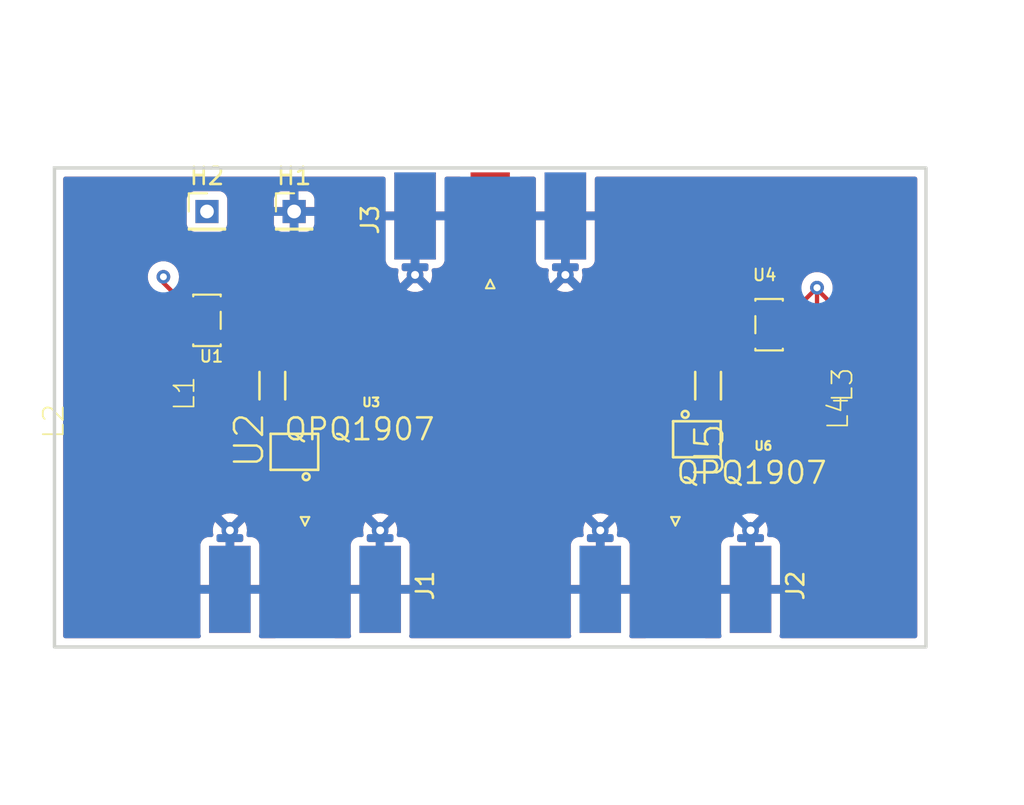
<source format=kicad_pcb>
(kicad_pcb (version 20211014) (generator pcbnew)
  (layers (0 "F.Cu" signal) (1 "In1.Cu" signal) (2 "In2.Cu" signal) (31 "B.Cu" signal) (34 "B.Paste" user) (35 "F.Paste" user) (36 "B.SilkS" user "B.Silkscreen") (37 "F.SilkS" user "F.Silkscreen") (38 "B.Mask" user) (39 "F.Mask" user) (44 "Edge.Cuts" user))
  (net 0 "")
  (net 1 "Net-(C2-Pad2)")
  (net 2 "GND")
  (net 3 "Net-(C6-Pad1)")
  (net 4 "Net-(C9-Pad2)")
  (net 5 "Net-(C13-Pad1)")
  (net 6 "VUSB")
  (net 7 "Net-(C4-Pad1)")
  (net 8 "Net-(C5-Pad1)")
  (net 9 "Net-(C11-Pad1)")
  (net 10 "Net-(C12-Pad1)")
  (net 11 "Net-(C13-Pad2)")
  (net 12 "Net-(J2-Pad1)")
  (net 13 "Net-(C6-Pad2)")
  (net 14 "Net-(R3-Pad2)")
  (net 15 "Net-(L1-Pad1)")
  (net 16 "Net-(C7-Pad1)")
  (net 17 "Net-(L3-Pad1)")
  (net 18 "Net-(C14-Pad1)")
  (net 19 "Net-(E1-Pad1)")
  (net 20 "Net-(E2-Pad1)")
  (net 21 "Net-(J3-Pad1)")
  (net 22 "Net-(C9-Pad1)")
  (net 23 "Net-(C2-Pad1)")
  (footprint "HGS_Reflector:.0603-B-NOSILK" (layer "F.Cu") (at 157.48 72.644 90)
    (fp_text reference "C3")
    (fp_text value "1 uF")
    (pad "1" smd roundrect (at -0.8 0 90) (size 0.8 0.95) (layers "F.Cu" "F.Paste") (net 2 "GND"))
    (pad "2" smd roundrect (at 0.8 0 90) (size 0.8 0.95) (layers "F.Cu" "F.Paste") (net 6 "VUSB"))
  )
  (footprint "HGS_Reflector:.0603-B-NOSILK" (layer "F.Cu") (at 125.984 72.428 -90)
    (fp_text reference "C5")
    (fp_text value "2.2 uF")
    (pad "1" smd roundrect (at -0.8 0 270) (size 0.8 0.95) (layers "F.Cu" "F.Paste") (net 8 "Net-(C5-Pad1)"))
    (pad "2" smd roundrect (at 0.8 0 270) (size 0.8 0.95) (layers "F.Cu" "F.Paste") (net 2 "GND"))
  )
  (footprint "HGS_Reflector:TP3M9037" (layer "F.Cu") (at 125.73 80.01 90)
    (fp_text reference "U2" (at -1.1 -1.666331 90) (layer "F.SilkS") (effects (font (size 1.63576 1.63576) (thickness 0.14224)) (justify left bottom)))
    (fp_text value "LNA-TP3M9037")
    (fp_line (start 1 1.404996) (end -1.1 1.404996) (layer "F.SilkS") (width 0.1524))
    (fp_line (start -1.1 -1.37) (end 1 -1.37) (layer "F.SilkS") (width 0.1524))
    (fp_line (start -1.1 1.404996) (end -1.1 -1.37) (layer "F.SilkS") (width 0.1524))
    (fp_line (start 1 -1.37) (end 1 1.404996) (layer "F.SilkS") (width 0.1524))
    (fp_circle (center -1.5 0.7) (end -1.3 0.7) (layer "F.SilkS") (width 0.1524) (fill none))
    (pad "2X2_DFN_8PIN1" smd rect (at -0.8 0.884996 180) (size 0.6096 0.3048) (layers "F.Cu" "F.Paste" "F.Mask"))
    (pad "2X2_DFN_8PIN2" smd rect (at -0.3 0.884996) (size 0.6096 0.3048) (layers "F.Cu" "F.Paste" "F.Mask") (net 1 "Net-(C2-Pad2)"))
    (pad "2X2_DFN_8PIN3" smd rect (at 0.2 0.884996 180) (size 0.6096 0.3048) (layers "F.Cu" "F.Paste" "F.Mask"))
    (pad "2X2_DFN_8PIN4" smd rect (at 0.7 0.884996 180) (size 0.6096 0.3048) (layers "F.Cu" "F.Paste" "F.Mask"))
    (pad "2X2_DFN_8PIN5" smd rect (at 0.7 -0.85 180) (size 0.6096 0.3048) (layers "F.Cu" "F.Paste" "F.Mask"))
    (pad "2X2_DFN_8PIN6" smd rect (at 0.2 -0.85 180) (size 0.6096 0.3048) (layers "F.Cu" "F.Paste" "F.Mask") (net 2 "GND"))
    (pad "2X2_DFN_8PIN7" smd rect (at -0.3 -0.85 180) (size 0.6096 0.3048) (layers "F.Cu" "F.Paste" "F.Mask") (net 3 "Net-(C6-Pad1)"))
    (pad "2X2_DFN_8PIN8" smd rect (at -0.8 -0.85 180) (size 0.6096 0.3048) (layers "F.Cu" "F.Paste" "F.Mask"))
    (pad "P$1" smd rect (at 0 0 90) (size 1.27 0.635) (layers "F.Cu" "F.Paste" "F.Mask") (net 2 "GND"))
  )
  (footprint "HGS_Reflector:L3216C" (layer "F.Cu") (at 114.3 77.47 90)
    (property "Value" "10 nH")
    (fp_text reference "L2" (at -1.905 -1.905 90) (layer "F.SilkS") (effects (font (size 1.1684 1.1684) (thickness 0.1016)) (justify left bottom)))
    (fp_text value "10n")
    (pad "1" smd rect (at -1.5 0 90) (size 1.2 1.6) (layers "F.Cu" "F.Paste" "F.Mask") (net 3 "Net-(C6-Pad1)"))
    (pad "2" smd rect (at 1.5 0 90) (size 1.2 1.6) (layers "F.Cu" "F.Paste" "F.Mask") (net 15 "Net-(L1-Pad1)"))
  )
  (footprint "Connector_Coaxial:SMA_Molex_73251-1153_EdgeMount_Horizontal" (layer "F.Cu") (at 147.955 86.36 90)
    (fp_text reference "J2" (at -1.5 7 90) (layer "F.SilkS"))
    (fp_text value "Conn_Coaxial")
    (fp_line (start 2.5 0.25) (end 2 0) (layer "F.SilkS") (width 0.12))
    (fp_line (start 2 0) (end 2.5 -0.25) (layer "F.SilkS") (width 0.12))
    (fp_line (start 2.5 -0.25) (end 2.5 0.25) (layer "F.SilkS") (width 0.12))
    (pad "1" smd rect (at -1.72 0 90) (size 5.08 2.29) (layers "F.Cu" "F.Paste" "F.Mask") (net 12 "Net-(J2-Pad1)"))
    (pad "2" smd rect (at -1.72 4.38 90) (size 5.08 2.42) (layers "F.Cu" "F.Paste" "F.Mask") (net 2 "GND"))
    (pad "2" smd rect (at -1.72 4.38 90) (size 5.08 2.42) (layers "B.Cu" "B.Paste" "B.Mask") (net 2 "GND"))
    (pad "2" smd rect (at -1.72 -4.38 90) (size 5.08 2.42) (layers "F.Cu" "F.Paste" "F.Mask") (net 2 "GND"))
    (pad "2" thru_hole circle (at 1.72 4.38 90) (size 0.97 0.97) (drill 0.46) (layers *.Cu) (net 2 "GND"))
    (pad "2" smd rect (at 1.27 4.38 90) (size 0.95 0.46) (layers "B.Cu") (net 2 "GND"))
    (pad "2" thru_hole circle (at 1.72 -4.38 90) (size 0.97 0.97) (drill 0.46) (layers *.Cu) (net 2 "GND"))
    (pad "2" smd rect (at 1.27 4.38 90) (size 0.95 0.46) (layers "F.Cu") (net 2 "GND"))
    (pad "2" smd rect (at 1.27 -4.38 90) (size 0.95 0.46) (layers "F.Cu") (net 2 "GND"))
    (pad "2" smd rect (at 1.27 -4.38 90) (size 0.95 0.46) (layers "B.Cu") (net 2 "GND"))
    (pad "2" smd rect (at -1.72 -4.38 90) (size 5.08 2.42) (layers "B.Cu" "B.Paste" "B.Mask") (net 2 "GND"))
  )
  (footprint "HGS_Reflector:L3216C" (layer "F.Cu") (at 118.11 77.47 -90)
    (property "Value" "8 nH")
    (fp_text reference "L1" (at -1.905 -1.905 90) (layer "F.SilkS") (effects (font (size 1.1684 1.1684) (thickness 0.1016)) (justify right bottom)))
    (fp_text value "8n")
    (pad "1" smd rect (at -1.5 0 270) (size 1.2 1.6) (layers "F.Cu" "F.Paste" "F.Mask") (net 15 "Net-(L1-Pad1)"))
    (pad "2" smd rect (at 1.5 0 270) (size 1.2 1.6) (layers "F.Cu" "F.Paste" "F.Mask") (net 16 "Net-(C7-Pad1)"))
  )
  (footprint "Connector_Coaxial:SMA_Molex_73251-1153_EdgeMount_Horizontal" (layer "F.Cu") (at 126.365 86.36 90)
    (fp_text reference "J1" (at -1.5 7 90) (layer "F.SilkS"))
    (fp_text value "Conn_Coaxial")
    (fp_line (start 2 0) (end 2.5 -0.25) (layer "F.SilkS") (width 0.12))
    (fp_line (start 2.5 -0.25) (end 2.5 0.25) (layer "F.SilkS") (width 0.12))
    (fp_line (start 2.5 0.25) (end 2 0) (layer "F.SilkS") (width 0.12))
    (pad "1" smd rect (at -1.72 0 90) (size 5.08 2.29) (layers "F.Cu" "F.Paste" "F.Mask") (net 23 "Net-(C2-Pad1)"))
    (pad "2" smd rect (at 1.27 -4.38 90) (size 0.95 0.46) (layers "B.Cu") (net 2 "GND"))
    (pad "2" thru_hole circle (at 1.72 -4.38 90) (size 0.97 0.97) (drill 0.46) (layers *.Cu) (net 2 "GND"))
    (pad "2" smd rect (at 1.27 -4.38 90) (size 0.95 0.46) (layers "F.Cu") (net 2 "GND"))
    (pad "2" smd rect (at -1.72 4.38 90) (size 5.08 2.42) (layers "B.Cu" "B.Paste" "B.Mask") (net 2 "GND"))
    (pad "2" smd rect (at -1.72 4.38 90) (size 5.08 2.42) (layers "F.Cu" "F.Paste" "F.Mask") (net 2 "GND"))
    (pad "2" smd rect (at -1.72 -4.38 90) (size 5.08 2.42) (layers "F.Cu" "F.Paste" "F.Mask") (net 2 "GND"))
    (pad "2" smd rect (at 1.27 4.38 90) (size 0.95 0.46) (layers "B.Cu") (net 2 "GND"))
    (pad "2" smd rect (at 1.27 4.38 90) (size 0.95 0.46) (layers "F.Cu") (net 2 "GND"))
    (pad "2" thru_hole circle (at 1.72 4.38 90) (size 0.97 0.97) (drill 0.46) (layers *.Cu) (net 2 "GND"))
    (pad "2" smd rect (at -1.72 -4.38 90) (size 5.08 2.42) (layers "B.Cu" "B.Paste" "B.Mask") (net 2 "GND"))
  )
  (footprint "HGS_Reflector:QPQ1907" (layer "F.Cu") (at 152.4 81.28 180)
    (fp_text reference "U6" (at -1.27 1.27) (layer "F.SilkS") (effects (font (size 0.508 0.508) (thickness 0.127)) (justify right bottom)))
    (fp_text value "QPQ1907" (at 0 0) (layer "F.SilkS") (effects (font (size 1.27 1.27))))
    (pad "GND" smd roundrect (at -0.495 0.2855 180) (size 0.254 0.33) (layers "F.Cu" "F.Paste" "F.Mask") (roundrect_rratio 0.02) (net 2 "GND"))
    (pad "GND2" smd roundrect (at 0 -0.2855 180) (size 0.254 0.33) (layers "F.Cu" "F.Paste" "F.Mask") (roundrect_rratio 0.02) (net 2 "GND"))
    (pad "GND3" smd roundrect (at 0 0.2855 180) (size 0.254 0.33) (layers "F.Cu" "F.Paste" "F.Mask") (roundrect_rratio 0.02) (net 2 "GND"))
    (pad "INPUT" smd roundrect (at 0.495 0 180) (size 0.254 0.33) (layers "F.Cu" "F.Paste" "F.Mask") (roundrect_rratio 0.02) (net 11 "Net-(C13-Pad2)"))
    (pad "OUTPUT" smd roundrect (at -0.495 -0.2855 180) (size 0.254 0.33) (layers "F.Cu" "F.Paste" "F.Mask") (roundrect_rratio 0.02) (net 12 "Net-(J2-Pad1)"))
  )
  (footprint "HGS_Reflector:L3216C" (layer "F.Cu") (at 160.02 76.962 90)
    (property "Value" "10 nH")
    (fp_text reference "L4" (at -1.905 -1.905 90) (layer "F.SilkS") (effects (font (size 1.1684 1.1684) (thickness 0.1016)) (justify left bottom)))
    (fp_text value "10n")
    (pad "1" smd rect (at -1.5 0 90) (size 1.2 1.6) (layers "F.Cu" "F.Paste" "F.Mask") (net 5 "Net-(C13-Pad1)"))
    (pad "2" smd rect (at 1.5 0 90) (size 1.2 1.6) (layers "F.Cu" "F.Paste" "F.Mask") (net 17 "Net-(L3-Pad1)"))
  )
  (footprint "HGS_Reflector:.0603-B-NOSILK" (layer "F.Cu") (at 147.32 72.644 -90)
    (fp_text reference "C11")
    (fp_text value "10 nF")
    (pad "1" smd roundrect (at -0.8 0 270) (size 0.8 0.95) (layers "F.Cu" "F.Paste") (net 9 "Net-(C11-Pad1)"))
    (pad "2" smd roundrect (at 0.8 0 270) (size 0.8 0.95) (layers "F.Cu" "F.Paste") (net 2 "GND"))
  )
  (footprint "HGS_Reflector:.0603-B-NOSILK" (layer "F.Cu") (at 136.398 77.724 180)
    (fp_text reference "R3")
    (fp_text value "0")
    (pad "1" smd roundrect (at -0.8 0 180) (size 0.8 0.95) (layers "F.Cu" "F.Paste") (net 21 "Net-(J3-Pad1)"))
    (pad "2" smd roundrect (at 0.8 0 180) (size 0.8 0.95) (layers "F.Cu" "F.Paste") (net 14 "Net-(R3-Pad2)"))
  )
  (footprint "Connector_Coaxial:SMA_Molex_73251-1153_EdgeMount_Horizontal" (layer "F.Cu") (at 137.16 68.02 -90)
    (fp_text reference "J3" (at -1.5 7 90) (layer "F.SilkS"))
    (fp_text value "Conn_Coaxial")
    (fp_line (start 2.5 0.25) (end 2 0) (layer "F.SilkS") (width 0.12))
    (fp_line (start 2 0) (end 2.5 -0.25) (layer "F.SilkS") (width 0.12))
    (fp_line (start 2.5 -0.25) (end 2.5 0.25) (layer "F.SilkS") (width 0.12))
    (pad "1" smd rect (at -1.72 0 270) (size 5.08 2.29) (layers "F.Cu" "F.Paste" "F.Mask") (net 21 "Net-(J3-Pad1)"))
    (pad "2" smd rect (at 1.27 4.38 270) (size 0.95 0.46) (layers "B.Cu") (net 2 "GND"))
    (pad "2" smd rect (at -1.72 -4.38 270) (size 5.08 2.42) (layers "F.Cu" "F.Paste" "F.Mask") (net 2 "GND"))
    (pad "2" thru_hole circle (at 1.72 4.38 270) (size 0.97 0.97) (drill 0.46) (layers *.Cu) (net 2 "GND"))
    (pad "2" smd rect (at -1.72 4.38 270) (size 5.08 2.42) (layers "B.Cu" "B.Paste" "B.Mask") (net 2 "GND"))
    (pad "2" smd rect (at -1.72 4.38 270) (size 5.08 2.42) (layers "F.Cu" "F.Paste" "F.Mask") (net 2 "GND"))
    (pad "2" smd rect (at 1.27 -4.38 270) (size 0.95 0.46) (layers "F.Cu") (net 2 "GND"))
    (pad "2" smd rect (at 1.27 4.38 270) (size 0.95 0.46) (layers "F.Cu") (net 2 "GND"))
    (pad "2" thru_hole circle (at 1.72 -4.38 270) (size 0.97 0.97) (drill 0.46) (layers *.Cu) (net 2 "GND"))
    (pad "2" smd rect (at -1.72 -4.38 270) (size 5.08 2.42) (layers "B.Cu" "B.Paste" "B.Mask") (net 2 "GND"))
    (pad "2" smd rect (at 1.27 -4.38 270) (size 0.95 0.46) (layers "B.Cu") (net 2 "GND"))
  )
  (footprint "HGS_Reflector:.0603-B-NOSILK" (layer "F.Cu") (at 132.588 78.74)
    (fp_text reference "R4")
    (fp_text value "0")
    (pad "1" smd roundrect (at -0.8 0) (size 0.8 0.95) (layers "F.Cu" "F.Paste") (net 14 "Net-(R3-Pad2)"))
    (pad "2" smd roundrect (at 0.8 0) (size 0.8 0.95) (layers "F.Cu" "F.Paste") (net 22 "Net-(C9-Pad1)"))
  )
  (footprint "HGS_Reflector:SOT-23" (layer "F.Cu") (at 153.416 72.644 180)
    (fp_text reference "U4" (at -0.5 2.5) (layer "F.SilkS") (effects (font (size 0.68 0.68) (thickness 0.12)) (justify right bottom)))
    (fp_text value "LP2985XX-N")
    (fp_line (start -0.8 -1.5) (end 0.8 -1.5) (layer "F.SilkS") (width 0.127))
    (fp_line (start -0.8 -1.4) (end -0.8 -1.5) (layer "F.SilkS") (width 0.127))
    (fp_line (start 0.8 -0.5) (end 0.8 0.5) (layer "F.SilkS") (width 0.127))
    (fp_line (start 0.8 1.5) (end 0.8 1.4) (layer "F.SilkS") (width 0.127))
    (fp_line (start -0.8 1.4) (end -0.8 1.5) (layer "F.SilkS") (width 0.127))
    (fp_line (start -0.8 1.5) (end 0.8 1.5) (layer "F.SilkS") (width 0.127))
    (fp_line (start 0.8 -1.5) (end 0.8 -1.4) (layer "F.SilkS") (width 0.127))
    (pad "1" smd rect (at -1.3 -0.95 180) (size 1.1 0.6) (layers "F.Cu" "F.Mask") (net 6 "VUSB"))
    (pad "2" smd rect (at -1.3 0 180) (size 1.1 0.6) (layers "F.Cu" "F.Mask") (net 2 "GND"))
    (pad "3" smd rect (at -1.3 0.95) (size 1.1 0.6) (layers "F.Cu" "F.Mask") (net 6 "VUSB"))
    (pad "4" smd rect (at 1.3 0.95) (size 1.1 0.6) (layers "F.Cu" "F.Mask") (net 9 "Net-(C11-Pad1)"))
    (pad "5" smd rect (at 1.3 -0.95 180) (size 1.1 0.6) (layers "F.Cu" "F.Mask") (net 10 "Net-(C12-Pad1)"))
  )
  (footprint "HGS_Reflector:.0603-B" (layer "F.Cu") (at 124.46 76.2 -90)
    (fp_text reference "E1")
    (fp_text value "BLM18GG471SZ1D")
    (fp_line (start -0.8 0.75) (end 0.8 0.75) (layer "F.SilkS") (width 0.15))
    (fp_line (start 0.8 -0.75) (end -0.8 -0.75) (layer "F.SilkS") (width 0.15))
    (pad "1" smd roundrect (at -0.8 0 270) (size 0.8 0.95) (layers "F.Cu" "F.Paste") (net 19 "Net-(E1-Pad1)"))
    (pad "2" smd roundrect (at 0.8 0 270) (size 0.8 0.95) (layers "F.Cu" "F.Paste") (net 16 "Net-(C7-Pad1)"))
  )
  (footprint "HGS_Reflector:.0402-C-NOSILK" (layer "F.Cu") (at 151.765 79.825 -90)
    (fp_text reference "C13")
    (fp_text value "100 pF")
    (pad "1" smd roundrect (at -0.45 0 270) (size 0.5 0.6) (layers "F.Cu" "F.Paste") (roundrect_rratio 0.1) (net 5 "Net-(C13-Pad1)"))
    (pad "2" smd roundrect (at 0.45 0 270) (size 0.5 0.6) (layers "F.Cu" "F.Paste") (roundrect_rratio 0.1) (net 11 "Net-(C13-Pad2)"))
  )
  (footprint "HGS_Reflector:.0603-C-NOSILK" (layer "F.Cu") (at 145.288 76.2 90)
    (fp_text reference "C14")
    (fp_text value "100 pF")
    (pad "1" smd roundrect (at -0.7 0 90) (size 0.6 0.9) (layers "F.Cu" "F.Paste") (net 18 "Net-(C14-Pad1)"))
    (pad "2" smd roundrect (at 0.7 0 90) (size 0.6 0.9) (layers "F.Cu" "F.Paste") (net 2 "GND"))
  )
  (footprint "HGS_Reflector:SOT-23" (layer "F.Cu") (at 120.65 72.39)
    (fp_text reference "U1" (at -0.5 2.5) (layer "F.SilkS") (effects (font (size 0.68 0.68) (thickness 0.12)) (justify left bottom)))
    (fp_text value "LP2985XX-N")
    (fp_line (start -0.8 1.5) (end 0.8 1.5) (layer "F.SilkS") (width 0.127))
    (fp_line (start 0.8 1.5) (end 0.8 1.4) (layer "F.SilkS") (width 0.127))
    (fp_line (start 0.8 -0.5) (end 0.8 0.5) (layer "F.SilkS") (width 0.127))
    (fp_line (start -0.8 -1.4) (end -0.8 -1.5) (layer "F.SilkS") (width 0.127))
    (fp_line (start -0.8 1.4) (end -0.8 1.5) (layer "F.SilkS") (width 0.127))
    (fp_line (start 0.8 -1.5) (end 0.8 -1.4) (layer "F.SilkS") (width 0.127))
    (fp_line (start -0.8 -1.5) (end 0.8 -1.5) (layer "F.SilkS") (width 0.127))
    (pad "1" smd rect (at -1.3 -0.95) (size 1.1 0.6) (layers "F.Cu" "F.Mask") (net 6 "VUSB"))
    (pad "2" smd rect (at -1.3 0) (size 1.1 0.6) (layers "F.Cu" "F.Mask") (net 2 "GND"))
    (pad "3" smd rect (at -1.3 0.95 180) (size 1.1 0.6) (layers "F.Cu" "F.Mask") (net 6 "VUSB"))
    (pad "4" smd rect (at 1.3 0.95 180) (size 1.1 0.6) (layers "F.Cu" "F.Mask") (net 7 "Net-(C4-Pad1)"))
    (pad "5" smd rect (at 1.3 -0.95) (size 1.1 0.6) (layers "F.Cu" "F.Mask") (net 8 "Net-(C5-Pad1)"))
  )
  (footprint "HGS_Reflector:.0603-B-NOSILK" (layer "F.Cu") (at 121.92 76.2 -90)
    (fp_text reference "R1")
    (fp_text value "0")
    (pad "1" smd roundrect (at -0.8 0 270) (size 0.8 0.95) (layers "F.Cu" "F.Paste") (net 8 "Net-(C5-Pad1)"))
    (pad "2" smd roundrect (at 0.8 0 270) (size 0.8 0.95) (layers "F.Cu" "F.Paste") (net 19 "Net-(E1-Pad1)"))
  )
  (footprint "HGS_Reflector:.0603-B-NOSILK" (layer "F.Cu") (at 139.192 78.74 -90)
    (fp_text reference "R5")
    (fp_text value "0")
    (pad "1" smd roundrect (at -0.8 0 270) (size 0.8 0.95) (layers "F.Cu" "F.Paste") (net 21 "Net-(J3-Pad1)"))
    (pad "2" smd roundrect (at 0.8 0 270) (size 0.8 0.95) (layers "F.Cu" "F.Paste") (net 22 "Net-(C9-Pad1)"))
  )
  (footprint "HGS_Reflector:.0603-B-NOSILK" (layer "F.Cu") (at 149.098 72.644 -90)
    (fp_text reference "C12")
    (fp_text value "2.2 uF")
    (pad "1" smd roundrect (at -0.8 0 270) (size 0.8 0.95) (layers "F.Cu" "F.Paste") (net 10 "Net-(C12-Pad1)"))
    (pad "2" smd roundrect (at 0.8 0 270) (size 0.8 0.95) (layers "F.Cu" "F.Paste") (net 2 "GND"))
  )
  (footprint "HGS_Reflector:.0603-C-NOSILK" (layer "F.Cu") (at 147.574 76.2 90)
    (fp_text reference "C15")
    (fp_text value "1 uF")
    (pad "1" smd roundrect (at -0.7 0 90) (size 0.6 0.9) (layers "F.Cu" "F.Paste") (net 18 "Net-(C14-Pad1)"))
    (pad "2" smd roundrect (at 0.7 0 90) (size 0.6 0.9) (layers "F.Cu" "F.Paste") (net 2 "GND"))
  )
  (footprint "HGS_Reflector:.0402-C-NOSILK" (layer "F.Cu") (at 125.73 78.105)
    (fp_text reference "C6")
    (fp_text value "100 pF")
    (pad "1" smd roundrect (at -0.45 0) (size 0.5 0.6) (layers "F.Cu" "F.Paste") (roundrect_rratio 0.1) (net 3 "Net-(C6-Pad1)"))
    (pad "2" smd roundrect (at 0.45 0) (size 0.5 0.6) (layers "F.Cu" "F.Paste") (roundrect_rratio 0.1) (net 13 "Net-(C6-Pad2)"))
  )
  (footprint "HGS_Reflector:.0603-B" (layer "F.Cu") (at 149.86 76.2 -90)
    (fp_text reference "E2")
    (fp_text value "BLM18GG471SZ1D")
    (fp_line (start -0.8 0.75) (end 0.8 0.75) (layer "F.SilkS") (width 0.15))
    (fp_line (start 0.8 -0.75) (end -0.8 -0.75) (layer "F.SilkS") (width 0.15))
    (pad "1" smd roundrect (at -0.8 0 270) (size 0.8 0.95) (layers "F.Cu" "F.Paste") (net 20 "Net-(E2-Pad1)"))
    (pad "2" smd roundrect (at 0.8 0 270) (size 0.8 0.95) (layers "F.Cu" "F.Paste") (net 18 "Net-(C14-Pad1)"))
  )
  (footprint "HGS_Reflector:.0402-C-NOSILK" (layer "F.Cu") (at 126.365 82.365 90)
    (fp_text reference "C2")
    (fp_text value "100 pF")
    (pad "1" smd roundrect (at -0.45 0 90) (size 0.5 0.6) (layers "F.Cu" "F.Paste") (roundrect_rratio 0.1) (net 23 "Net-(C2-Pad1)"))
    (pad "2" smd roundrect (at 0.45 0 90) (size 0.5 0.6) (layers "F.Cu" "F.Paste") (roundrect_rratio 0.1) (net 1 "Net-(C2-Pad2)"))
  )
  (footprint "HGS_Reflector:.0603-C-NOSILK" (layer "F.Cu") (at 129.54 76.2 90)
    (fp_text reference "C7")
    (fp_text value "100 pF")
    (pad "1" smd roundrect (at -0.7 0 90) (size 0.6 0.9) (layers "F.Cu" "F.Paste") (net 16 "Net-(C7-Pad1)"))
    (pad "2" smd roundrect (at 0.7 0 90) (size 0.6 0.9) (layers "F.Cu" "F.Paste") (net 2 "GND"))
  )
  (footprint "Connector_PinHeader_2.00mm:PinHeader_1x01_P2.00mm_Vertical" (layer "F.Cu") (at 120.65 66.04)
    (fp_text reference "H2" (at 0 -2.06) (layer "F.SilkS"))
    (fp_text value "VUSB")
    (fp_line (start 1.06 1) (end 1.06 1.06) (layer "F.SilkS") (width 0.12))
    (fp_line (start -1.06 1) (end 1.06 1) (layer "F.SilkS") (width 0.12))
    (fp_line (start -1.06 -1.06) (end 0 -1.06) (layer "F.SilkS") (width 0.12))
    (fp_line (start -1.06 1) (end -1.06 1.06) (layer "F.SilkS") (width 0.12))
    (fp_line (start -1.06 1.06) (end 1.06 1.06) (layer "F.SilkS") (width 0.12))
    (fp_line (start -1.06 0) (end -1.06 -1.06) (layer "F.SilkS") (width 0.12))
    (pad "1" thru_hole rect (at 0 0) (size 1.35 1.35) (drill 0.8) (layers *.Cu *.Mask) (net 6 "VUSB"))
  )
  (footprint "HGS_Reflector:L3216C" (layer "F.Cu") (at 156.464 76.962 -90)
    (property "Value" "8 nH")
    (fp_text reference "L3" (at -1.905 -1.905 90) (layer "F.SilkS") (effects (font (size 1.1684 1.1684) (thickness 0.1016)) (justify right bottom)))
    (fp_text value "8n")
    (pad "1" smd rect (at -1.5 0 270) (size 1.2 1.6) (layers "F.Cu" "F.Paste" "F.Mask") (net 17 "Net-(L3-Pad1)"))
    (pad "2" smd rect (at 1.5 0 270) (size 1.2 1.6) (layers "F.Cu" "F.Paste" "F.Mask") (net 18 "Net-(C14-Pad1)"))
  )
  (footprint "HGS_Reflector:.0603-B-NOSILK" (layer "F.Cu") (at 116.84 72.39 -90)
    (fp_text reference "C10")
    (fp_text value "1 uF")
    (pad "1" smd roundrect (at -0.8 0 270) (size 0.8 0.95) (layers "F.Cu" "F.Paste") (net 2 "GND"))
    (pad "2" smd roundrect (at 0.8 0 270) (size 0.8 0.95) (layers "F.Cu" "F.Paste") (net 6 "VUSB"))
  )
  (footprint "HGS_Reflector:.0603-C-NOSILK" (layer "F.Cu") (at 127 76.2 90)
    (fp_text reference "C8")
    (fp_text value "1 uF")
    (pad "1" smd roundrect (at -0.7 0 90) (size 0.6 0.9) (layers "F.Cu" "F.Paste") (net 16 "Net-(C7-Pad1)"))
    (pad "2" smd roundrect (at 0.7 0 90) (size 0.6 0.9) (layers "F.Cu" "F.Paste") (net 2 "GND"))
  )
  (footprint "HGS_Reflector:.0402-C-NOSILK" (layer "F.Cu") (at 144.78 78.74)
    (fp_text reference "C9")
    (fp_text value "100 pF")
    (pad "1" smd roundrect (at -0.45 0) (size 0.5 0.6) (layers "F.Cu" "F.Paste") (roundrect_rratio 0.1) (net 22 "Net-(C9-Pad1)"))
    (pad "2" smd roundrect (at 0.45 0) (size 0.5 0.6) (layers "F.Cu" "F.Paste") (roundrect_rratio 0.1) (net 4 "Net-(C9-Pad2)"))
  )
  (footprint "HGS_Reflector:TP3M9037" (layer "F.Cu") (at 149.225 79.375 -90)
    (fp_text reference "U5" (at -1.1 -1.666331 90) (layer "F.SilkS") (effects (font (size 1.63576 1.63576) (thickness 0.14224)) (justify right bottom)))
    (fp_text value "LNA-TP3M9037")
    (fp_line (start -1.1 -1.37) (end 1 -1.37) (layer "F.SilkS") (width 0.1524))
    (fp_line (start -1.1 1.404996) (end -1.1 -1.37) (layer "F.SilkS") (width 0.1524))
    (fp_line (start 1 1.404996) (end -1.1 1.404996) (layer "F.SilkS") (width 0.1524))
    (fp_line (start 1 -1.37) (end 1 1.404996) (layer "F.SilkS") (width 0.1524))
    (fp_circle (center -1.5 0.7) (end -1.3 0.7) (layer "F.SilkS") (width 0.1524) (fill none))
    (pad "2X2_DFN_8PIN1" smd rect (at -0.8 0.884996) (size 0.6096 0.3048) (layers "F.Cu" "F.Paste" "F.Mask"))
    (pad "2X2_DFN_8PIN2" smd rect (at -0.3 0.884996 180) (size 0.6096 0.3048) (layers "F.Cu" "F.Paste" "F.Mask") (net 4 "Net-(C9-Pad2)"))
    (pad "2X2_DFN_8PIN3" smd rect (at 0.2 0.884996) (size 0.6096 0.3048) (layers "F.Cu" "F.Paste" "F.Mask"))
    (pad "2X2_DFN_8PIN4" smd rect (at 0.7 0.884996) (size 0.6096 0.3048) (layers "F.Cu" "F.Paste" "F.Mask"))
    (pad "2X2_DFN_8PIN5" smd rect (at 0.7 -0.85) (size 0.6096 0.3048) (layers "F.Cu" "F.Paste" "F.Mask"))
    (pad "2X2_DFN_8PIN6" smd rect (at 0.2 -0.85) (size 0.6096 0.3048) (layers "F.Cu" "F.Paste" "F.Mask") (net 2 "GND"))
    (pad "2X2_DFN_8PIN7" smd rect (at -0.3 -0.85) (size 0.6096 0.3048) (layers "F.Cu" "F.Paste" "F.Mask") (net 5 "Net-(C13-Pad1)"))
    (pad "2X2_DFN_8PIN8" smd rect (at -0.8 -0.85) (size 0.6096 0.3048) (layers "F.Cu" "F.Paste" "F.Mask"))
    (pad "P$1" smd rect (at 0 0 270) (size 1.27 0.635) (layers "F.Cu" "F.Paste" "F.Mask") (net 2 "GND"))
  )
  (footprint "HGS_Reflector:.0603-B-NOSILK" (layer "F.Cu") (at 152.146 76.2 -90)
    (fp_text reference "R2")
    (fp_text value "0")
    (pad "1" smd roundrect (at -0.8 0 270) (size 0.8 0.95) (layers "F.Cu" "F.Paste") (net 10 "Net-(C12-Pad1)"))
    (pad "2" smd roundrect (at 0.8 0 270) (size 0.8 0.95) (layers "F.Cu" "F.Paste") (net 20 "Net-(E2-Pad1)"))
  )
  (footprint "HGS_Reflector:QPQ1907" (layer "F.Cu") (at 129.54 78.74 180)
    (fp_text reference "U3" (at -1.27 1.27) (layer "F.SilkS") (effects (font (size 0.508 0.508) (thickness 0.127)) (justify right bottom)))
    (fp_text value "QPQ1907" (at 0 0) (layer "F.SilkS") (effects (font (size 1.27 1.27))))
    (pad "GND" smd roundrect (at -0.495 0.2855 180) (size 0.254 0.33) (layers "F.Cu" "F.Paste" "F.Mask") (roundrect_rratio 0.02) (net 2 "GND"))
    (pad "GND2" smd roundrect (at 0 -0.2855 180) (size 0.254 0.33) (layers "F.Cu" "F.Paste" "F.Mask") (roundrect_rratio 0.02) (net 2 "GND"))
    (pad "GND3" smd roundrect (at 0 0.2855 180) (size 0.254 0.33) (layers "F.Cu" "F.Paste" "F.Mask") (roundrect_rratio 0.02) (net 2 "GND"))
    (pad "INPUT" smd roundrect (at 0.495 0 180) (size 0.254 0.33) (layers "F.Cu" "F.Paste" "F.Mask") (roundrect_rratio 0.02) (net 13 "Net-(C6-Pad2)"))
    (pad "OUTPUT" smd roundrect (at -0.495 -0.2855 180) (size 0.254 0.33) (layers "F.Cu" "F.Paste" "F.Mask") (roundrect_rratio 0.02) (net 14 "Net-(R3-Pad2)"))
  )
  (footprint "Connector_PinHeader_2.00mm:PinHeader_1x01_P2.00mm_Vertical" (layer "F.Cu") (at 125.73 66.04)
    (fp_text reference "H1" (at 0 -2.06) (layer "F.SilkS"))
    (fp_text value "GND")
    (fp_line (start -1.06 0) (end -1.06 -1.06) (layer "F.SilkS") (width 0.12))
    (fp_line (start -1.06 1) (end -1.06 1.06) (layer "F.SilkS") (width 0.12))
    (fp_line (start 1.06 1) (end 1.06 1.06) (layer "F.SilkS") (width 0.12))
    (fp_line (start -1.06 -1.06) (end 0 -1.06) (layer "F.SilkS") (width 0.12))
    (fp_line (start -1.06 1.06) (end 1.06 1.06) (layer "F.SilkS") (width 0.12))
    (fp_line (start -1.06 1) (end 1.06 1) (layer "F.SilkS") (width 0.12))
    (pad "1" thru_hole rect (at 0 0) (size 1.35 1.35) (drill 0.8) (layers *.Cu *.Mask) (net 2 "GND"))
  )
  (footprint "HGS_Reflector:.0603-B-NOSILK" (layer "F.Cu") (at 127.635 72.39 -90)
    (fp_text reference "C4")
    (fp_text value "10 nF")
    (pad "1" smd roundrect (at -0.8 0 270) (size 0.8 0.95) (layers "F.Cu" "F.Paste") (net 7 "Net-(C4-Pad1)"))
    (pad "2" smd roundrect (at 0.8 0 270) (size 0.8 0.95) (layers "F.Cu" "F.Paste") (net 2 "GND"))
  )
  (gr_rect (start 111.76 63.5) (end 162.56 91.44) (layer "Edge.Cuts") (width 0.2) (fill none))
  (segment (start 126.365 81.915) (end 126.616218 81.915) (width 0.25) (layer "F.Cu") (net 1))
  (segment (start 127.635 80.645) (end 127.3 80.31) (width 0.25) (layer "F.Cu") (net 1))
  (segment (start 127.635 80.896218) (end 127.635 80.645) (width 0.25) (layer "F.Cu") (net 1))
  (segment (start 126.616218 81.915) (end 127.635 80.896218) (width 0.25) (layer "F.Cu") (net 1))
  (segment (start 127.3 80.31) (end 126.614996 80.31) (width 0.25) (layer "F.Cu") (net 1))
  (segment (start 125.53 79.81) (end 124.88 79.81) (width 0.25) (layer "F.Cu") (net 2))
  (segment (start 125.73 80.01) (end 125.73 79.088774) (width 0.25) (layer "F.Cu") (net 2))
  (segment (start 130.035 78.4545) (end 129.54 78.4545) (width 0.25) (layer "F.Cu") (net 2))
  (segment (start 149.225 79.375) (end 149.425 79.575) (width 0.25) (layer "F.Cu") (net 2))
  (segment (start 149.225 79.375) (end 149.225 81.28) (width 0.25) (layer "F.Cu") (net 2))
  (segment (start 125.73 79.088774) (end 126.078774 78.74) (width 0.25) (layer "F.Cu") (net 2))
  (segment (start 152.4 81.28) (end 152.6855 80.9945) (width 0.25) (layer "F.Cu") (net 2))
  (segment (start 152.4 81.5655) (end 152.4 81.28) (width 0.25) (layer "F.Cu") (net 2))
  (segment (start 152.6855 80.9945) (end 152.895 80.9945) (width 0.25) (layer "F.Cu") (net 2))
  (segment (start 129.54 79.0255) (end 129.54 80.01) (width 0.25) (layer "F.Cu") (net 2))
  (segment (start 129.54 79.0255) (end 129.54 78.4545) (width 0.25) (layer "F.Cu") (net 2))
  (segment (start 149.425 79.575) (end 150.075 79.575) (width 0.25) (layer "F.Cu") (net 2))
  (segment (start 125.73 80.01) (end 125.53 79.81) (width 0.25) (layer "F.Cu") (net 2))
  (segment (start 126.078774 78.74) (end 127.635 78.74) (width 0.25) (layer "F.Cu") (net 2))
  (segment (start 124.16 80.31) (end 124.88 80.31) (width 0.25) (layer "F.Cu") (net 3))
  (segment (start 114.3 78.97) (end 116.25 78.97) (width 0.25) (layer "F.Cu") (net 3))
  (segment (start 114.3 78.97) (end 114.75 79.42) (width 0.25) (layer "F.Cu") (net 3))
  (segment (start 125.28 78.105) (end 124.978778 78.105) (width 0.25) (layer "F.Cu") (net 3))
  (segment (start 117.856 80.576) (end 123.894 80.576) (width 0.25) (layer "F.Cu") (net 3))
  (segment (start 123.894 79.189778) (end 123.894 80.576) (width 0.25) (layer "F.Cu") (net 3))
  (segment (start 124.978778 78.105) (end 123.894 79.189778) (width 0.25) (layer "F.Cu") (net 3))
  (segment (start 123.894 80.576) (end 124.16 80.31) (width 0.25) (layer "F.Cu") (net 3))
  (segment (start 116.25 78.97) (end 117.856 80.576) (width 0.25) (layer "F.Cu") (net 3))
  (segment (start 145.23 78.74) (end 147.32 78.74) (width 0.25) (layer "F.Cu") (net 4))
  (segment (start 147.32 78.74) (end 147.655 79.075) (width 0.25) (layer "F.Cu") (net 4))
  (segment (start 147.655 79.075) (end 148.340004 79.075) (width 0.25) (layer "F.Cu") (net 4))
  (segment (start 151.776511 79.386511) (end 151.765 79.375) (width 0.25) (layer "F.Cu") (net 5))
  (segment (start 159.095489 79.386511) (end 151.776511 79.386511) (width 0.25) (layer "F.Cu") (net 5))
  (segment (start 160.02 78.462) (end 159.095489 79.386511) (width 0.25) (layer "F.Cu") (net 5))
  (segment (start 151.465 79.075) (end 151.765 79.375) (width 0.25) (layer "F.Cu") (net 5))
  (segment (start 150.075 79.075) (end 151.465 79.075) (width 0.25) (layer "F.Cu") (net 5))
  (segment (start 120.310969 73.34) (end 119.35 73.34) (width 0.25) (layer "F.Cu") (net 6))
  (segment (start 116.84 73.19) (end 116.99 73.34) (width 0.25) (layer "F.Cu") (net 6))
  (segment (start 156.21 70.574) (end 157.48 71.844) (width 0.25) (layer "F.Cu") (net 6))
  (segment (start 155.516 73.594) (end 156.21 72.9) (width 0.25) (layer "F.Cu") (net 6))
  (segment (start 154.716 71.694) (end 155.001 71.694) (width 0.25) (layer "F.Cu") (net 6))
  (segment (start 156.21 72.9) (end 156.21 70.485) (width 0.25) (layer "F.Cu") (net 6))
  (segment (start 118.11 69.85) (end 118.11 70.2) (width 0.25) (layer "F.Cu") (net 6))
  (segment (start 120.335 71.44) (end 120.65 71.755) (width 0.25) (layer "F.Cu") (net 6))
  (segment (start 120.625969 73.025) (end 120.310969 73.34) (width 0.25) (layer "F.Cu") (net 6))
  (segment (start 120.65 71.755) (end 120.625969 71.779031) (width 0.25) (layer "F.Cu") (net 6))
  (segment (start 155.001 71.694) (end 156.21 70.485) (width 0.25) (layer "F.Cu") (net 6))
  (segment (start 120.625969 71.779031) (end 120.625969 73.025) (width 0.25) (layer "F.Cu") (net 6))
  (segment (start 116.99 73.34) (end 119.35 73.34) (width 0.25) (layer "F.Cu") (net 6))
  (segment (start 118.11 70.2) (end 119.35 71.44) (width 0.25) (layer "F.Cu") (net 6))
  (segment (start 156.21 70.485) (end 156.21 70.574) (width 0.25) (layer "F.Cu") (net 6))
  (segment (start 154.716 73.594) (end 155.516 73.594) (width 0.25) (layer "F.Cu") (net 6))
  (segment (start 119.35 71.44) (end 120.335 71.44) (width 0.25) (layer "F.Cu") (net 6))
  (via (at 156.21 70.485) (size 0.8) (drill 0.4) (layers "F.Cu" "B.Cu") (net 6))
  (via (at 156.21 70.485) (size 0.8) (drill 0.4) (layers "F.Cu" "B.Cu") (net 6))
  (via (at 118.11 69.85) (size 0.8) (drill 0.4) (layers "F.Cu" "B.Cu") (net 6))
  (segment (start 122.93748 72.35252) (end 126.87248 72.35252) (width 0.25) (layer "F.Cu") (net 7))
  (segment (start 121.95 73.34) (end 122.93748 72.35252) (width 0.25) (layer "F.Cu") (net 7))
  (segment (start 126.87248 72.35252) (end 127.635 71.59) (width 0.25) (layer "F.Cu") (net 7))
  (segment (start 125.984 71.628) (end 125.796 71.44) (width 0.25) (layer "F.Cu") (net 8))
  (segment (start 125.796 71.44) (end 121.95 71.44) (width 0.25) (layer "F.Cu") (net 8))
  (segment (start 121.075489 72.314511) (end 121.075489 74.555489) (width 0.25) (layer "F.Cu") (net 8))
  (segment (start 121.075489 74.555489) (end 121.92 75.4) (width 0.25) (layer "F.Cu") (net 8))
  (segment (start 121.95 71.44) (end 121.075489 72.314511) (width 0.25) (layer "F.Cu") (net 8))
  (segment (start 148.04452 71.11948) (end 147.32 71.844) (width 0.25) (layer "F.Cu") (net 9))
  (segment (start 151.54148 71.11948) (end 148.04452 71.11948) (width 0.25) (layer "F.Cu") (net 9))
  (segment (start 152.116 71.694) (end 151.54148 71.11948) (width 0.25) (layer "F.Cu") (net 9))
  (segment (start 150.848 73.594) (end 152.116 73.594) (width 0.25) (layer "F.Cu") (net 10))
  (segment (start 149.098 71.844) (end 150.848 73.594) (width 0.25) (layer "F.Cu") (net 10))
  (segment (start 152.146 73.624) (end 152.116 73.594) (width 0.25) (layer "F.Cu") (net 10))
  (segment (start 152.146 75.4) (end 152.146 73.624) (width 0.25) (layer "F.Cu") (net 10))
  (segment (start 151.905 81.28) (end 151.905 80.415) (width 0.25) (layer "F.Cu") (net 11))
  (segment (start 151.905 80.415) (end 151.765 80.275) (width 0.25) (layer "F.Cu") (net 11))
  (segment (start 151.528464 83.185) (end 148.59 83.185) (width 0.25) (layer "F.Cu") (net 12))
  (segment (start 147.955 83.82) (end 147.955 88.08) (width 0.25) (layer "F.Cu") (net 12))
  (segment (start 152.895 81.5655) (end 152.895 81.818464) (width 0.25) (layer "F.Cu") (net 12))
  (segment (start 152.895 81.818464) (end 151.528464 83.185) (width 0.25) (layer "F.Cu") (net 12))
  (segment (start 148.59 83.185) (end 147.955 83.82) (width 0.25) (layer "F.Cu") (net 12))
  (segment (start 128.27 78.105) (end 128.905 78.74) (width 0.25) (layer "F.Cu") (net 13))
  (segment (start 126.18 78.105) (end 128.27 78.105) (width 0.25) (layer "F.Cu") (net 13))
  (segment (start 130.035 79.0255) (end 131.5025 79.0255) (width 0.25) (layer "F.Cu") (net 14))
  (segment (start 131.5025 79.0255) (end 131.788 78.74) (width 0.25) (layer "F.Cu") (net 14))
  (segment (start 132.804 77.724) (end 135.598 77.724) (width 0.25) (layer "F.Cu") (net 14))
  (segment (start 131.788 78.74) (end 132.804 77.724) (width 0.25) (layer "F.Cu") (net 14))
  (segment (start 114.3 75.97) (end 118.11 75.97) (width 0.25) (layer "F.Cu") (net 15))
  (segment (start 122.49 78.97) (end 124.46 77) (width 0.25) (layer "F.Cu") (net 16))
  (segment (start 127 76.9) (end 129.54 76.9) (width 0.25) (layer "F.Cu") (net 16))
  (segment (start 124.46 77) (end 126.9 77) (width 0.25) (layer "F.Cu") (net 16))
  (segment (start 126.9 77) (end 127 76.9) (width 0.25) (layer "F.Cu") (net 16))
  (segment (start 118.11 78.97) (end 122.49 78.97) (width 0.25) (layer "F.Cu") (net 16))
  (segment (start 160.02 75.462) (end 156.464 75.462) (width 0.25) (layer "F.Cu") (net 17))
  (segment (start 145.288 76.9) (end 147.574 76.9) (width 0.25) (layer "F.Cu") (net 18))
  (segment (start 149.86 77) (end 147.674 77) (width 0.25) (layer "F.Cu") (net 18))
  (segment (start 147.674 77) (end 147.574 76.9) (width 0.25) (layer "F.Cu") (net 18))
  (segment (start 151.322 78.462) (end 149.86 77) (width 0.25) (layer "F.Cu") (net 18))
  (segment (start 156.464 78.462) (end 151.322 78.462) (width 0.25) (layer "F.Cu") (net 18))
  (segment (start 122.86 77) (end 124.46 75.4) (width 0.25) (layer "F.Cu") (net 19))
  (segment (start 121.92 77) (end 122.86 77) (width 0.25) (layer "F.Cu") (net 19))
  (segment (start 149.86 75.4) (end 151.46 77) (width 0.25) (layer "F.Cu") (net 20))
  (segment (start 151.46 77) (end 152.146 77) (width 0.25) (layer "F.Cu") (net 20))
  (segment (start 138.976 77.724) (end 139.192 77.94) (width 0.25) (layer "F.Cu") (net 21))
  (segment (start 137.198 77.724) (end 138.976 77.724) (width 0.25) (layer "F.Cu") (net 21))
  (segment (start 137.16 77.686) (end 137.16 66.3) (width 0.25) (layer "F.Cu") (net 21))
  (segment (start 137.198 77.724) (end 137.16 77.686) (width 0.25) (layer "F.Cu") (net 21))
  (segment (start 138.392 78.74) (end 139.192 79.54) (width 0.25) (layer "F.Cu") (net 22))
  (segment (start 139.192 79.54) (end 143.53 79.54) (width 0.25) (layer "F.Cu") (net 22))
  (segment (start 143.53 79.54) (end 144.33 78.74) (width 0.25) (layer "F.Cu") (net 22))
  (segment (start 133.388 78.74) (end 138.392 78.74) (width 0.25) (layer "F.Cu") (net 22))
  (segment (start 126.365 82.815) (end 126.365 88.08) (width 0.25) (layer "F.Cu") (net 23))
  (zone (net 2) (net_name "GND") (layer "F.Cu") (connect_pads (clearance 0.508)) (min_thickness 0.254) (fill yes (thermal_gap 0.508) (thermal_bridge_width 0.508))
    (polygon (pts (xy 163.83 92.15) (xy 111.125 92.075) (xy 111.125 62.865) (xy 163.83 62.865)))
  )
  (zone (net 2) (net_name "GND") (layer "B.Cu") (connect_pads (clearance 0.508)) (min_thickness 0.254) (fill yes (thermal_gap 0.508) (thermal_bridge_width 0.508))
    (polygon (pts (xy 168.275 95.25) (xy 108.585 95.25) (xy 108.585 60.325) (xy 168.275 60.325)))
  )
)
</source>
